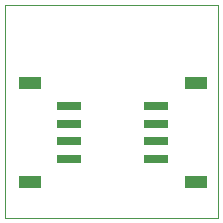
<source format=gbp>
G75*
G70*
%OFA0B0*%
%FSLAX24Y24*%
%IPPOS*%
%LPD*%
%AMOC8*
5,1,8,0,0,1.08239X$1,22.5*
%
%ADD10C,0.0000*%
%ADD11R,0.0787X0.0276*%
%ADD12R,0.0748X0.0433*%
D10*
X004112Y009111D02*
X004112Y016198D01*
X011199Y016198D01*
X011199Y009111D01*
X004112Y009111D01*
D11*
X006238Y011060D03*
X006238Y011651D03*
X006238Y012241D03*
X006238Y012832D03*
X009151Y012832D03*
X009151Y012241D03*
X009151Y011651D03*
X009151Y011060D03*
D12*
X010470Y010292D03*
X010470Y013599D03*
X004919Y013599D03*
X004919Y010292D03*
M02*

</source>
